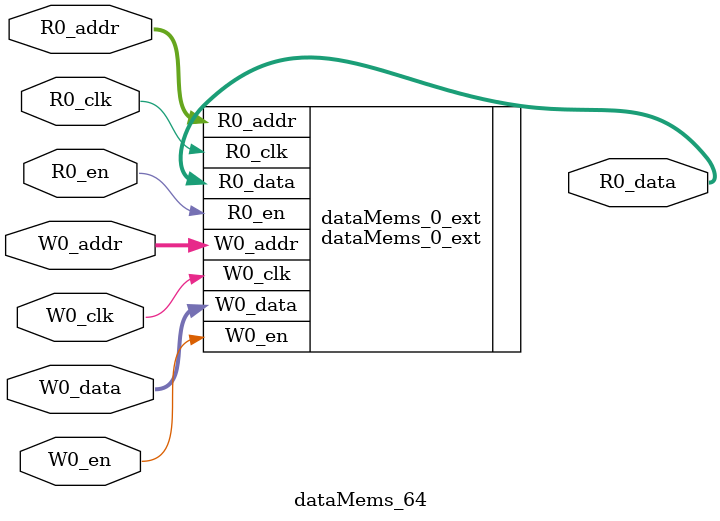
<source format=sv>
`ifndef RANDOMIZE
  `ifdef RANDOMIZE_REG_INIT
    `define RANDOMIZE
  `endif // RANDOMIZE_REG_INIT
`endif // not def RANDOMIZE
`ifndef RANDOMIZE
  `ifdef RANDOMIZE_MEM_INIT
    `define RANDOMIZE
  `endif // RANDOMIZE_MEM_INIT
`endif // not def RANDOMIZE

`ifndef RANDOM
  `define RANDOM $random
`endif // not def RANDOM

// Users can define 'PRINTF_COND' to add an extra gate to prints.
`ifndef PRINTF_COND_
  `ifdef PRINTF_COND
    `define PRINTF_COND_ (`PRINTF_COND)
  `else  // PRINTF_COND
    `define PRINTF_COND_ 1
  `endif // PRINTF_COND
`endif // not def PRINTF_COND_

// Users can define 'ASSERT_VERBOSE_COND' to add an extra gate to assert error printing.
`ifndef ASSERT_VERBOSE_COND_
  `ifdef ASSERT_VERBOSE_COND
    `define ASSERT_VERBOSE_COND_ (`ASSERT_VERBOSE_COND)
  `else  // ASSERT_VERBOSE_COND
    `define ASSERT_VERBOSE_COND_ 1
  `endif // ASSERT_VERBOSE_COND
`endif // not def ASSERT_VERBOSE_COND_

// Users can define 'STOP_COND' to add an extra gate to stop conditions.
`ifndef STOP_COND_
  `ifdef STOP_COND
    `define STOP_COND_ (`STOP_COND)
  `else  // STOP_COND
    `define STOP_COND_ 1
  `endif // STOP_COND
`endif // not def STOP_COND_

// Users can define INIT_RANDOM as general code that gets injected into the
// initializer block for modules with registers.
`ifndef INIT_RANDOM
  `define INIT_RANDOM
`endif // not def INIT_RANDOM

// If using random initialization, you can also define RANDOMIZE_DELAY to
// customize the delay used, otherwise 0.002 is used.
`ifndef RANDOMIZE_DELAY
  `define RANDOMIZE_DELAY 0.002
`endif // not def RANDOMIZE_DELAY

// Define INIT_RANDOM_PROLOG_ for use in our modules below.
`ifndef INIT_RANDOM_PROLOG_
  `ifdef RANDOMIZE
    `ifdef VERILATOR
      `define INIT_RANDOM_PROLOG_ `INIT_RANDOM
    `else  // VERILATOR
      `define INIT_RANDOM_PROLOG_ `INIT_RANDOM #`RANDOMIZE_DELAY begin end
    `endif // VERILATOR
  `else  // RANDOMIZE
    `define INIT_RANDOM_PROLOG_
  `endif // RANDOMIZE
`endif // not def INIT_RANDOM_PROLOG_

// Include register initializers in init blocks unless synthesis is set
`ifndef SYNTHESIS
  `ifndef ENABLE_INITIAL_REG_
    `define ENABLE_INITIAL_REG_
  `endif // not def ENABLE_INITIAL_REG_
`endif // not def SYNTHESIS

// Include rmemory initializers in init blocks unless synthesis is set
`ifndef SYNTHESIS
  `ifndef ENABLE_INITIAL_MEM_
    `define ENABLE_INITIAL_MEM_
  `endif // not def ENABLE_INITIAL_MEM_
`endif // not def SYNTHESIS

module dataMems_64(	// @[generators/ara/src/main/scala/UnsafeAXI4ToTL.scala:365:62]
  input  [4:0]   R0_addr,
  input          R0_en,
  input          R0_clk,
  output [258:0] R0_data,
  input  [4:0]   W0_addr,
  input          W0_en,
  input          W0_clk,
  input  [258:0] W0_data
);

  dataMems_0_ext dataMems_0_ext (	// @[generators/ara/src/main/scala/UnsafeAXI4ToTL.scala:365:62]
    .R0_addr (R0_addr),
    .R0_en   (R0_en),
    .R0_clk  (R0_clk),
    .R0_data (R0_data),
    .W0_addr (W0_addr),
    .W0_en   (W0_en),
    .W0_clk  (W0_clk),
    .W0_data (W0_data)
  );
endmodule


</source>
